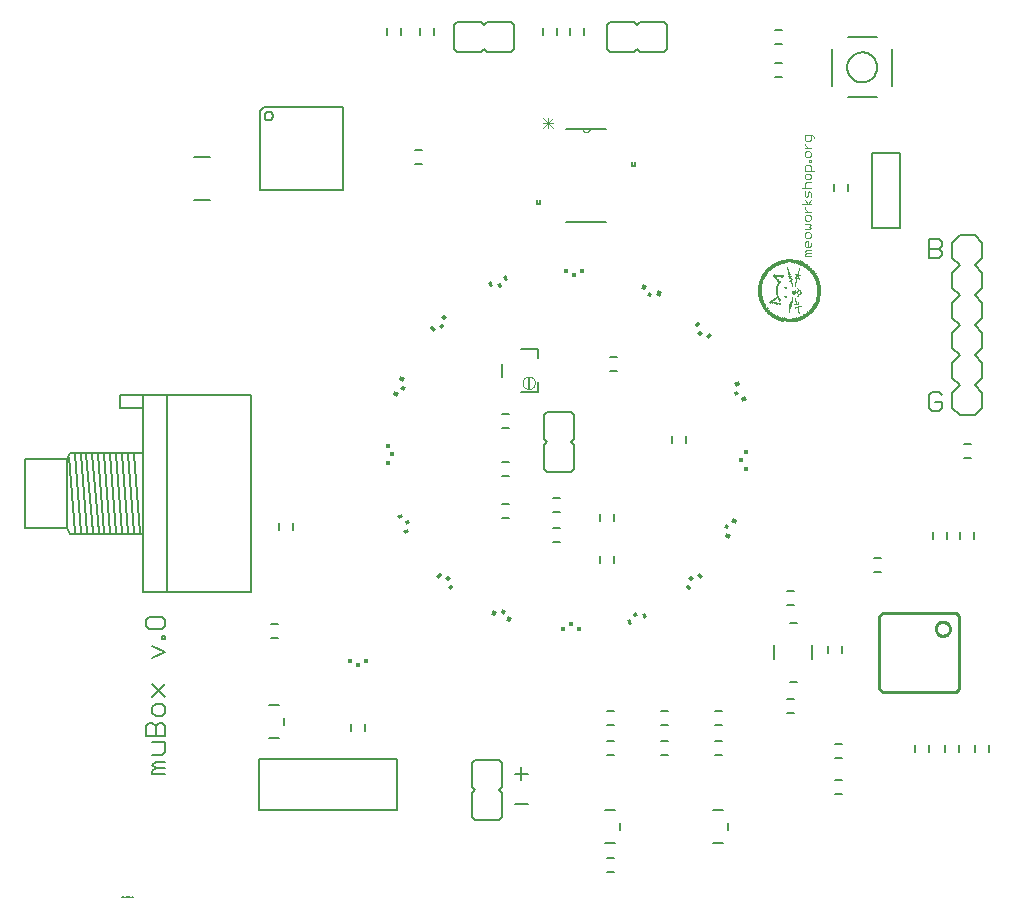
<source format=gto>
G75*
G70*
%OFA0B0*%
%FSLAX24Y24*%
%IPPOS*%
%LPD*%
%AMOC8*
5,1,8,0,0,1.08239X$1,22.5*
%
%ADD10R,0.0010X0.0040*%
%ADD11R,0.0010X0.0200*%
%ADD12R,0.0010X0.0020*%
%ADD13R,0.0010X0.0350*%
%ADD14R,0.0010X0.0460*%
%ADD15R,0.0010X0.0010*%
%ADD16R,0.0010X0.0550*%
%ADD17R,0.0010X0.0610*%
%ADD18R,0.0010X0.0070*%
%ADD19R,0.0010X0.0590*%
%ADD20R,0.0010X0.0110*%
%ADD21R,0.0010X0.0630*%
%ADD22R,0.0010X0.0770*%
%ADD23R,0.0010X0.0820*%
%ADD24R,0.0010X0.0170*%
%ADD25R,0.0010X0.0680*%
%ADD26R,0.0010X0.0390*%
%ADD27R,0.0010X0.0360*%
%ADD28R,0.0010X0.0320*%
%ADD29R,0.0010X0.0310*%
%ADD30R,0.0010X0.0300*%
%ADD31R,0.0010X0.0280*%
%ADD32R,0.0010X0.0270*%
%ADD33R,0.0010X0.0230*%
%ADD34R,0.0010X0.0240*%
%ADD35R,0.0010X0.0250*%
%ADD36R,0.0010X0.0220*%
%ADD37R,0.0010X0.0210*%
%ADD38R,0.0010X0.0190*%
%ADD39R,0.0010X0.0180*%
%ADD40R,0.0010X0.0160*%
%ADD41R,0.0010X0.0150*%
%ADD42R,0.0010X0.0100*%
%ADD43R,0.0010X0.0060*%
%ADD44R,0.0010X0.0080*%
%ADD45R,0.0010X0.0140*%
%ADD46R,0.0010X0.0120*%
%ADD47R,0.0010X0.0130*%
%ADD48R,0.0010X0.0090*%
%ADD49R,0.0010X0.0050*%
%ADD50R,0.0010X0.0030*%
%ADD51R,0.0010X0.0260*%
%ADD52R,0.0010X0.0290*%
%ADD53R,0.0010X0.0690*%
%ADD54R,0.0010X0.0660*%
%ADD55R,0.0010X0.0790*%
%ADD56R,0.0010X0.0740*%
%ADD57R,0.0010X0.0560*%
%ADD58R,0.0010X0.0480*%
%ADD59R,0.0010X0.0380*%
%ADD60C,0.0000*%
%ADD61C,0.0060*%
%ADD62C,0.0030*%
%ADD63C,0.0080*%
%ADD64C,0.0100*%
%ADD65R,0.0128X0.0167*%
%ADD66R,0.0138X0.0138*%
%ADD67R,0.0138X0.0138*%
%ADD68R,0.0167X0.0128*%
%ADD69C,0.0040*%
%ADD70R,0.0098X0.0394*%
D10*
X024984Y020105D03*
X025054Y020095D03*
X025064Y020095D03*
X025124Y020085D03*
X025134Y020085D03*
X025144Y020085D03*
X025154Y020085D03*
X025204Y020075D03*
X025214Y020075D03*
X025224Y020075D03*
X025234Y020075D03*
X025244Y020075D03*
X025284Y020065D03*
X025294Y020065D03*
X025304Y020065D03*
X025314Y020065D03*
X025304Y020175D03*
X025164Y020235D03*
X025224Y020515D03*
X025214Y020655D03*
X025254Y020695D03*
X025274Y020985D03*
X025284Y020985D03*
X025294Y020985D03*
X025304Y020985D03*
X025364Y020975D03*
X025374Y020975D03*
X025384Y020975D03*
X025204Y020995D03*
X025194Y020995D03*
X025184Y020995D03*
X025164Y020995D03*
X025094Y021005D03*
X024944Y021155D03*
X025574Y021215D03*
X025584Y021185D03*
X025594Y021155D03*
X025604Y021125D03*
X025844Y020915D03*
X025704Y020775D03*
X025714Y020745D03*
X025724Y020705D03*
X025734Y020675D03*
X025814Y020655D03*
X025914Y020545D03*
X025914Y020495D03*
X025844Y020445D03*
X025824Y020225D03*
X025834Y020185D03*
X025854Y020125D03*
X025864Y020095D03*
X025874Y020065D03*
X025944Y020095D03*
X025914Y019925D03*
X025694Y020035D03*
X025654Y020035D03*
X025644Y019985D03*
X025664Y019945D03*
X025684Y020125D03*
X025534Y020285D03*
X025484Y020285D03*
X026314Y019835D03*
X026344Y019755D03*
X025884Y019505D03*
X026674Y020415D03*
X026674Y020565D03*
D11*
X026664Y020485D03*
X026484Y020985D03*
X026454Y019955D03*
X025194Y020505D03*
X024824Y021065D03*
X024774Y020005D03*
D12*
X024974Y020105D03*
X025194Y020245D03*
X025194Y020275D03*
X025264Y020305D03*
X025234Y020575D03*
X025304Y020755D03*
X025314Y020765D03*
X025304Y020785D03*
X025314Y020795D03*
X025614Y020885D03*
X025634Y020905D03*
X025644Y020915D03*
X025654Y020925D03*
X025664Y020935D03*
X025684Y020955D03*
X025624Y020985D03*
X025604Y020965D03*
X025594Y021045D03*
X025584Y021045D03*
X025624Y021075D03*
X025674Y021035D03*
X025834Y021025D03*
X025884Y021015D03*
X025894Y020985D03*
X025884Y020975D03*
X025874Y020965D03*
X025864Y020955D03*
X025884Y020895D03*
X025914Y020885D03*
X025924Y020885D03*
X025964Y020995D03*
X025714Y020875D03*
X025694Y020855D03*
X025684Y020845D03*
X025664Y020825D03*
X025654Y020815D03*
X025634Y020795D03*
X025894Y020565D03*
X025904Y020565D03*
X025934Y020505D03*
X025944Y020505D03*
X025954Y020505D03*
X025964Y020505D03*
X025974Y020505D03*
X025984Y020495D03*
X025984Y020375D03*
X025974Y020365D03*
X025944Y020355D03*
X025934Y020355D03*
X025894Y020295D03*
X025814Y020245D03*
X025744Y020255D03*
X025714Y020135D03*
X025704Y020115D03*
X025704Y020075D03*
X025684Y020075D03*
X025674Y020055D03*
X025654Y020085D03*
X025654Y019995D03*
X025694Y019975D03*
X025674Y019955D03*
X025664Y019905D03*
X025654Y019895D03*
X025634Y019865D03*
X025624Y019875D03*
X025624Y019755D03*
X025844Y019915D03*
X025874Y019925D03*
X025904Y019935D03*
X025974Y019955D03*
X026004Y019965D03*
X025924Y020055D03*
X025904Y020035D03*
X025824Y020025D03*
X025804Y020035D03*
X025854Y020435D03*
X025864Y020435D03*
X025874Y020435D03*
X026304Y019835D03*
X026354Y019755D03*
X026314Y019715D03*
X026104Y019685D03*
X026524Y019965D03*
X026594Y020095D03*
X026644Y020235D03*
X026664Y020655D03*
X024954Y021155D03*
X024904Y021235D03*
X024984Y021305D03*
X024804Y020955D03*
X024704Y020615D03*
X024704Y020385D03*
X024724Y020265D03*
D13*
X024694Y020210D03*
X024694Y020780D03*
X026654Y020490D03*
D14*
X026644Y020495D03*
D15*
X026644Y020770D03*
X026594Y020910D03*
X026574Y020950D03*
X026564Y020970D03*
X026514Y021060D03*
X026474Y021120D03*
X026434Y021170D03*
X026364Y021240D03*
X026304Y021300D03*
X026294Y021310D03*
X026224Y021360D03*
X026144Y021410D03*
X026104Y021430D03*
X026084Y021440D03*
X026064Y021450D03*
X026044Y021460D03*
X025994Y021480D03*
X025934Y021500D03*
X026114Y021300D03*
X025994Y020990D03*
X025984Y020990D03*
X025974Y020990D03*
X025954Y021000D03*
X025944Y021000D03*
X025934Y021000D03*
X025894Y021010D03*
X025874Y021010D03*
X025864Y021020D03*
X025854Y021020D03*
X025844Y021020D03*
X025824Y021030D03*
X025854Y020940D03*
X025864Y020900D03*
X025894Y020890D03*
X025904Y020890D03*
X025934Y020880D03*
X025944Y020880D03*
X025824Y020910D03*
X025694Y020880D03*
X025684Y020880D03*
X025674Y020880D03*
X025664Y020880D03*
X025654Y020880D03*
X025634Y020880D03*
X025674Y020840D03*
X025674Y020790D03*
X025684Y020790D03*
X025694Y020790D03*
X025664Y020790D03*
X025654Y020790D03*
X025654Y020960D03*
X025664Y020960D03*
X025644Y020960D03*
X025634Y020960D03*
X025634Y021000D03*
X025644Y021010D03*
X025644Y021040D03*
X025634Y021040D03*
X025624Y021040D03*
X025614Y021040D03*
X025594Y020960D03*
X025424Y020960D03*
X025414Y021000D03*
X025404Y021000D03*
X025254Y020870D03*
X025204Y020930D03*
X025194Y020940D03*
X025144Y021030D03*
X025084Y021010D03*
X024814Y020950D03*
X024794Y020920D03*
X024784Y020900D03*
X024764Y020850D03*
X024734Y021020D03*
X025254Y020660D03*
X025244Y020630D03*
X025234Y020440D03*
X025244Y020380D03*
X025214Y020260D03*
X025294Y020240D03*
X025304Y020220D03*
X025324Y020190D03*
X025324Y020170D03*
X025344Y020050D03*
X025644Y019940D03*
X025654Y019940D03*
X025654Y019960D03*
X025644Y019900D03*
X025664Y020050D03*
X025684Y020050D03*
X025694Y020070D03*
X025694Y020120D03*
X025694Y020140D03*
X025704Y020140D03*
X025814Y020030D03*
X025834Y020020D03*
X025844Y020020D03*
X025854Y020020D03*
X025864Y020020D03*
X025874Y020020D03*
X025894Y020030D03*
X025914Y020040D03*
X025944Y019950D03*
X025954Y019950D03*
X025964Y019950D03*
X025984Y019960D03*
X025994Y019960D03*
X026014Y019970D03*
X025934Y019940D03*
X025924Y019940D03*
X025894Y019930D03*
X025884Y019930D03*
X025864Y019920D03*
X025854Y019920D03*
X025834Y019910D03*
X025824Y019910D03*
X025964Y019740D03*
X025874Y019590D03*
X025894Y019490D03*
X026144Y019590D03*
X026234Y019780D03*
X026354Y019900D03*
X026444Y020030D03*
X026574Y020050D03*
X026584Y020070D03*
X026614Y020140D03*
X026624Y020170D03*
X025964Y020360D03*
X025954Y020360D03*
X025884Y020570D03*
X025454Y019580D03*
X025404Y019590D03*
X025244Y019650D03*
X025044Y019770D03*
X024974Y019830D03*
X024924Y019890D03*
X024914Y019900D03*
X024884Y019940D03*
X024844Y020000D03*
X024824Y020030D03*
X024754Y020140D03*
X024764Y020150D03*
X024744Y020200D03*
X024714Y020310D03*
D16*
X026634Y020500D03*
D17*
X026624Y020490D03*
D18*
X026614Y020190D03*
X026314Y019770D03*
X025684Y019990D03*
X025674Y020110D03*
X025724Y020170D03*
X025734Y020440D03*
X025284Y020200D03*
X025294Y020180D03*
X025024Y020120D03*
X025294Y020770D03*
X025114Y021000D03*
D19*
X026614Y020530D03*
D20*
X026604Y020170D03*
X026354Y019830D03*
X026074Y019610D03*
X026054Y019600D03*
X026004Y019580D03*
X025994Y019570D03*
X025974Y019560D03*
X025934Y019550D03*
X025904Y019540D03*
X025854Y019530D03*
X025804Y019520D03*
X025754Y019520D03*
X025444Y019520D03*
X025364Y019540D03*
X025324Y019550D03*
X025304Y019560D03*
X025294Y019560D03*
X025274Y019570D03*
X025264Y019570D03*
X025254Y019580D03*
X025244Y019580D03*
X025224Y019590D03*
X025204Y019600D03*
X025194Y019610D03*
X025184Y019610D03*
X025144Y019630D03*
X025134Y019640D03*
X025114Y019650D03*
X025074Y019670D03*
X024904Y019800D03*
X025774Y020440D03*
X025814Y020450D03*
X026174Y021320D03*
X026144Y021340D03*
X026104Y021360D03*
X026094Y021370D03*
X026084Y021370D03*
X026074Y021380D03*
X026064Y021380D03*
X026054Y021390D03*
X026044Y021390D03*
X026034Y021400D03*
X026024Y021400D03*
X026014Y021410D03*
X026004Y021410D03*
X025984Y021420D03*
X025974Y021420D03*
X025964Y021430D03*
X025954Y021430D03*
X025924Y021440D03*
X025894Y021450D03*
X025854Y021460D03*
X025804Y021470D03*
X025704Y021490D03*
X025564Y021490D03*
X025554Y021490D03*
X025534Y021480D03*
X025454Y021470D03*
X025414Y021460D03*
X025404Y021460D03*
X025344Y021440D03*
X025314Y021430D03*
X025274Y021420D03*
X025264Y021410D03*
X025244Y021410D03*
X025174Y021370D03*
X024984Y021230D03*
D21*
X024634Y020500D03*
X026604Y020550D03*
D22*
X026594Y020500D03*
D23*
X026584Y020495D03*
D24*
X026574Y020150D03*
X026444Y019930D03*
X026394Y019870D03*
X026384Y019860D03*
X026374Y019840D03*
X024844Y019890D03*
X024824Y019920D03*
X024844Y021100D03*
X024864Y021120D03*
X024874Y021130D03*
X024884Y021150D03*
X024894Y021160D03*
X026414Y021090D03*
X026424Y021080D03*
D25*
X026574Y020585D03*
X024644Y020505D03*
D26*
X026564Y020220D03*
D27*
X026564Y020765D03*
D28*
X026554Y020175D03*
D29*
X026554Y020810D03*
D30*
X026544Y020135D03*
X025214Y020475D03*
X024704Y020165D03*
X024704Y020825D03*
D31*
X024714Y020855D03*
X026534Y020885D03*
X026544Y020845D03*
D32*
X026534Y020110D03*
D33*
X026524Y020100D03*
X026504Y020040D03*
X026494Y020020D03*
X026514Y020930D03*
X024744Y020060D03*
X024734Y020080D03*
D34*
X024594Y020495D03*
X026524Y020905D03*
D35*
X026514Y020060D03*
D36*
X026484Y020005D03*
X026504Y020945D03*
X024774Y020985D03*
X024734Y020895D03*
D37*
X024764Y020020D03*
X026464Y019970D03*
X026474Y019980D03*
X026494Y020970D03*
D38*
X026474Y021000D03*
X026464Y021020D03*
X026434Y019920D03*
X025224Y020350D03*
X024814Y019940D03*
X024804Y019950D03*
X024794Y019970D03*
X024784Y019980D03*
X024754Y020030D03*
X024794Y021030D03*
D39*
X024814Y021055D03*
X024834Y021085D03*
X024854Y021105D03*
X024684Y020845D03*
X026434Y021065D03*
X026444Y021055D03*
X026454Y021035D03*
X026424Y019915D03*
X026414Y019895D03*
X026404Y019885D03*
D40*
X026364Y019835D03*
X025204Y020435D03*
X024834Y019905D03*
X024854Y019875D03*
X024864Y019865D03*
X024874Y019855D03*
X024674Y020835D03*
X024744Y020895D03*
X024804Y021055D03*
X026374Y021145D03*
X026384Y021135D03*
X026394Y021125D03*
X026404Y021105D03*
D41*
X026364Y021150D03*
X026354Y021170D03*
X024914Y021180D03*
X024754Y020920D03*
X024894Y019830D03*
X024914Y019810D03*
X024924Y019800D03*
X024964Y019770D03*
X026294Y019760D03*
D42*
X026344Y019835D03*
X026144Y019655D03*
X026104Y019615D03*
X025954Y019555D03*
X025944Y019555D03*
X025924Y019545D03*
X025914Y019545D03*
X025844Y019525D03*
X025834Y019525D03*
X025824Y019525D03*
X025794Y019515D03*
X025784Y019515D03*
X025774Y019515D03*
X025764Y019515D03*
X025734Y019505D03*
X025724Y019505D03*
X025714Y019505D03*
X025704Y019505D03*
X025694Y019505D03*
X025684Y019505D03*
X025674Y019505D03*
X025664Y019505D03*
X025654Y019505D03*
X025644Y019505D03*
X025634Y019505D03*
X025624Y019505D03*
X025614Y019505D03*
X025604Y019505D03*
X025594Y019505D03*
X025584Y019505D03*
X025574Y019505D03*
X025564Y019505D03*
X025554Y019505D03*
X025544Y019505D03*
X025534Y019505D03*
X025524Y019505D03*
X025514Y019515D03*
X025504Y019515D03*
X025494Y019515D03*
X025484Y019515D03*
X025474Y019515D03*
X025464Y019515D03*
X025454Y019515D03*
X025434Y019525D03*
X025424Y019525D03*
X025414Y019525D03*
X025404Y019525D03*
X025384Y019535D03*
X025374Y019535D03*
X025354Y019545D03*
X025344Y019545D03*
X025314Y019555D03*
X025284Y019565D03*
X025234Y019585D03*
X025214Y019595D03*
X025044Y020125D03*
X025254Y020265D03*
X025244Y020295D03*
X025234Y020665D03*
X025284Y020765D03*
X024944Y021235D03*
X025294Y021425D03*
X025324Y021435D03*
X025354Y021445D03*
X025384Y021455D03*
X025394Y021455D03*
X025424Y021465D03*
X025434Y021465D03*
X025444Y021465D03*
X025474Y021475D03*
X025484Y021475D03*
X025494Y021475D03*
X025504Y021475D03*
X025514Y021475D03*
X025524Y021475D03*
X025574Y021485D03*
X025584Y021485D03*
X025594Y021485D03*
X025604Y021485D03*
X025614Y021485D03*
X025624Y021485D03*
X025634Y021485D03*
X025644Y021485D03*
X025654Y021485D03*
X025664Y021485D03*
X025674Y021485D03*
X025684Y021485D03*
X025694Y021485D03*
X025734Y021475D03*
X025744Y021475D03*
X025754Y021475D03*
X025764Y021475D03*
X025774Y021475D03*
X025784Y021475D03*
X025794Y021475D03*
X025814Y021465D03*
X025824Y021465D03*
X025834Y021465D03*
X025844Y021465D03*
X025864Y021455D03*
X025874Y021455D03*
X025884Y021455D03*
X025914Y021445D03*
X025934Y021435D03*
X025944Y021435D03*
X025994Y021415D03*
X026004Y020435D03*
X025824Y020445D03*
X025754Y020445D03*
X025744Y020445D03*
D43*
X025924Y020345D03*
X025734Y020225D03*
X025644Y020045D03*
X025634Y019995D03*
X025624Y019945D03*
X025614Y019905D03*
X025644Y019835D03*
X025634Y019785D03*
X025934Y019855D03*
X025924Y019895D03*
X025944Y019805D03*
X026324Y019835D03*
X026334Y019755D03*
X025504Y020285D03*
X025184Y020255D03*
X025174Y020245D03*
X025144Y020225D03*
X025134Y020215D03*
X025104Y020195D03*
X025094Y020185D03*
X025054Y020155D03*
X025014Y020115D03*
X025004Y020115D03*
X025264Y020815D03*
X025254Y020825D03*
X025214Y020875D03*
X025164Y020935D03*
X025104Y021005D03*
X024934Y021155D03*
X024924Y021235D03*
X025134Y021315D03*
X025134Y021385D03*
X024754Y021035D03*
X024744Y021015D03*
X024784Y020945D03*
X025614Y021085D03*
X025914Y021015D03*
X025924Y021055D03*
X025934Y021095D03*
X025954Y021185D03*
X026344Y021135D03*
X025824Y020685D03*
D44*
X025834Y020445D03*
X025274Y020225D03*
X025264Y020245D03*
X025144Y020975D03*
X025124Y020995D03*
X024924Y021155D03*
X024934Y021235D03*
X024764Y021035D03*
X026344Y021215D03*
X026334Y019835D03*
X026324Y019755D03*
X025874Y019525D03*
D45*
X026224Y019705D03*
X026254Y019725D03*
X026264Y019735D03*
X026274Y019745D03*
X026284Y019755D03*
X025224Y020625D03*
X025274Y020765D03*
X024964Y021225D03*
X024974Y021235D03*
X024994Y021255D03*
X025004Y021265D03*
X025014Y021275D03*
X025034Y021285D03*
X025044Y021295D03*
X025074Y021315D03*
X026274Y021245D03*
X026284Y021235D03*
X026304Y021215D03*
X026314Y021205D03*
X026324Y021195D03*
X026334Y021185D03*
X024934Y019785D03*
X024944Y019775D03*
X024884Y019835D03*
D46*
X024994Y019735D03*
X025034Y019705D03*
X025044Y019695D03*
X025054Y019685D03*
X025064Y019685D03*
X025084Y019665D03*
X025094Y019665D03*
X025104Y019655D03*
X025124Y019645D03*
X025154Y019625D03*
X025174Y019615D03*
X025334Y019555D03*
X025394Y019535D03*
X025744Y019515D03*
X025814Y019525D03*
X025864Y019535D03*
X025964Y019565D03*
X025984Y019575D03*
X026014Y019585D03*
X026024Y019585D03*
X026034Y019595D03*
X026044Y019595D03*
X026084Y019615D03*
X026094Y019625D03*
X026114Y019635D03*
X026134Y019645D03*
X026154Y019655D03*
X026164Y019665D03*
X026234Y019705D03*
X026304Y019755D03*
X025804Y020445D03*
X025794Y020445D03*
X025784Y020445D03*
X025764Y020445D03*
X025234Y020325D03*
X025204Y020585D03*
X024764Y020925D03*
X024784Y021045D03*
X024904Y021155D03*
X024954Y021235D03*
X025154Y021365D03*
X025194Y021385D03*
X025204Y021395D03*
X025214Y021395D03*
X025224Y021395D03*
X025234Y021405D03*
X025254Y021415D03*
X025284Y021425D03*
X025304Y021435D03*
X025334Y021445D03*
X025364Y021455D03*
X025374Y021455D03*
X025464Y021475D03*
X025544Y021485D03*
X025714Y021485D03*
X025724Y021485D03*
X025904Y021455D03*
X026124Y021355D03*
X026134Y021345D03*
X026164Y021325D03*
X026184Y021315D03*
X026194Y021305D03*
X026214Y021295D03*
X026224Y021285D03*
X026234Y021275D03*
X026264Y021255D03*
D47*
X026254Y021260D03*
X026244Y021270D03*
X026204Y021300D03*
X026154Y021340D03*
X026294Y021230D03*
X025184Y021380D03*
X025164Y021370D03*
X025124Y021350D03*
X025114Y021340D03*
X025104Y021340D03*
X025094Y021330D03*
X025084Y021320D03*
X025064Y021310D03*
X025054Y021300D03*
X025024Y021280D03*
X024954Y019770D03*
X024974Y019750D03*
X024984Y019740D03*
X025004Y019730D03*
X025014Y019720D03*
X025024Y019710D03*
X025164Y019630D03*
X026064Y019610D03*
X026124Y019640D03*
X026174Y019670D03*
X026184Y019680D03*
X026194Y019680D03*
X026204Y019690D03*
X026214Y019700D03*
X026244Y019720D03*
D48*
X025894Y019550D03*
X025914Y020340D03*
X025264Y020730D03*
X025244Y020700D03*
X025134Y020990D03*
X025144Y021380D03*
X026114Y021360D03*
X025034Y020120D03*
D49*
X024994Y020110D03*
X025074Y020100D03*
X025064Y020160D03*
X025074Y020170D03*
X025084Y020180D03*
X025114Y020200D03*
X025124Y020210D03*
X025154Y020230D03*
X025204Y020270D03*
X025324Y020070D03*
X025334Y020070D03*
X025494Y020290D03*
X025514Y020280D03*
X025524Y020290D03*
X025664Y020110D03*
X025844Y020160D03*
X026014Y020430D03*
X025924Y020520D03*
X025834Y020720D03*
X025844Y020760D03*
X025854Y020800D03*
X025864Y020840D03*
X025874Y020880D03*
X025954Y020890D03*
X025924Y020990D03*
X025944Y021140D03*
X025964Y021220D03*
X025394Y020980D03*
X025314Y020990D03*
X025224Y021000D03*
X025214Y021000D03*
X025154Y020940D03*
X025174Y020920D03*
X025184Y020910D03*
X025194Y020900D03*
X025204Y020890D03*
X025224Y020860D03*
X025234Y020850D03*
X025244Y020840D03*
X025484Y020610D03*
X025494Y020610D03*
X025504Y020610D03*
X025514Y020610D03*
X025524Y020610D03*
X025534Y020610D03*
X025634Y019920D03*
X025954Y019770D03*
X025884Y019570D03*
D50*
X025674Y019920D03*
X025674Y020010D03*
X025664Y020010D03*
X025704Y020030D03*
X025714Y020090D03*
X025884Y020040D03*
X025934Y020070D03*
X025904Y020300D03*
X025904Y020390D03*
X025894Y020410D03*
X025884Y020430D03*
X025894Y020450D03*
X025904Y020470D03*
X025994Y020480D03*
X025994Y020380D03*
X025744Y020650D03*
X025644Y020800D03*
X025704Y020870D03*
X025624Y020890D03*
X025674Y020950D03*
X025614Y020970D03*
X025654Y021030D03*
X025664Y021030D03*
X025604Y021050D03*
X025564Y021250D03*
X025414Y020970D03*
X025404Y020970D03*
X025354Y020980D03*
X025344Y020980D03*
X025334Y020980D03*
X025324Y020980D03*
X025264Y020990D03*
X025254Y020990D03*
X025244Y020990D03*
X025234Y020990D03*
X025174Y021000D03*
X025154Y021000D03*
X025254Y020740D03*
X025474Y020610D03*
X025544Y020610D03*
X025544Y020290D03*
X025474Y020290D03*
X025314Y020170D03*
X025274Y020070D03*
X025264Y020070D03*
X025254Y020070D03*
X025194Y020080D03*
X025184Y020080D03*
X025174Y020080D03*
X025164Y020080D03*
X025114Y020090D03*
X025104Y020090D03*
X025094Y020090D03*
X025084Y020090D03*
X025214Y020290D03*
X024904Y019880D03*
X025834Y020910D03*
X025934Y020950D03*
X025944Y020930D03*
X025964Y020880D03*
X025904Y021000D03*
X025144Y021310D03*
D51*
X024714Y020135D03*
X024724Y020105D03*
D52*
X024724Y020870D03*
D53*
X024684Y020400D03*
D54*
X024674Y020415D03*
D55*
X024664Y020500D03*
D56*
X024654Y020495D03*
D57*
X024624Y020495D03*
D58*
X024614Y020495D03*
D59*
X024604Y020495D03*
D60*
X003347Y000320D02*
X003334Y000300D01*
X003352Y000307D02*
X003359Y000300D01*
X003365Y000307D01*
X003365Y000320D01*
X003374Y000313D02*
X003371Y000310D01*
X003371Y000303D01*
X003374Y000300D01*
X003381Y000300D01*
X003384Y000303D01*
X003384Y000310D01*
X003381Y000313D01*
X003374Y000313D01*
X003389Y000320D02*
X003392Y000320D01*
X003392Y000300D01*
X003389Y000300D02*
X003396Y000300D01*
X003401Y000303D02*
X003405Y000300D01*
X003415Y000300D01*
X003415Y000313D01*
X003420Y000313D02*
X003423Y000313D01*
X003426Y000310D01*
X003430Y000313D01*
X003433Y000310D01*
X003433Y000300D01*
X003438Y000303D02*
X003438Y000310D01*
X003441Y000313D01*
X003448Y000313D01*
X003451Y000310D01*
X003451Y000307D01*
X003438Y000307D01*
X003438Y000303D02*
X003441Y000300D01*
X003448Y000300D01*
X003456Y000300D02*
X003466Y000300D01*
X003470Y000303D01*
X003466Y000307D01*
X003460Y000307D01*
X003456Y000310D01*
X003460Y000313D01*
X003470Y000313D01*
X003475Y000300D02*
X003488Y000320D01*
X003493Y000320D02*
X003507Y000320D01*
X003512Y000320D02*
X003522Y000320D01*
X003525Y000317D01*
X003525Y000303D01*
X003522Y000300D01*
X003512Y000300D01*
X003512Y000320D01*
X003500Y000310D02*
X003493Y000310D01*
X003493Y000300D02*
X003493Y000320D01*
X003530Y000320D02*
X003540Y000320D01*
X003543Y000317D01*
X003543Y000310D01*
X003540Y000307D01*
X003530Y000307D01*
X003537Y000307D02*
X003543Y000300D01*
X003549Y000303D02*
X003562Y000317D01*
X003562Y000303D01*
X003559Y000300D01*
X003552Y000300D01*
X003549Y000303D01*
X003549Y000317D01*
X003552Y000320D01*
X003559Y000320D01*
X003562Y000317D01*
X003567Y000300D02*
X003580Y000320D01*
X003585Y000313D02*
X003589Y000313D01*
X003592Y000310D01*
X003595Y000313D01*
X003599Y000310D01*
X003599Y000300D01*
X003604Y000300D02*
X003610Y000300D01*
X003607Y000300D02*
X003607Y000320D01*
X003604Y000320D01*
X003592Y000310D02*
X003592Y000300D01*
X003585Y000300D02*
X003585Y000313D01*
X003616Y000310D02*
X003616Y000303D01*
X003619Y000300D01*
X003626Y000300D01*
X003629Y000303D01*
X003629Y000310D01*
X003626Y000313D01*
X003619Y000313D01*
X003616Y000310D01*
X003634Y000310D02*
X003634Y000303D01*
X003638Y000300D01*
X003648Y000300D01*
X003648Y000297D02*
X003648Y000313D01*
X003638Y000313D01*
X003634Y000310D01*
X003641Y000293D02*
X003644Y000293D01*
X003648Y000297D01*
X003653Y000303D02*
X003656Y000300D01*
X003663Y000300D01*
X003666Y000303D01*
X003666Y000310D01*
X003663Y000313D01*
X003656Y000313D01*
X003653Y000310D01*
X003653Y000303D01*
X003671Y000303D02*
X003675Y000303D01*
X003675Y000300D01*
X003671Y000300D01*
X003671Y000303D01*
X003681Y000300D02*
X003691Y000300D01*
X003694Y000303D01*
X003694Y000310D01*
X003691Y000313D01*
X003681Y000313D01*
X003681Y000320D02*
X003681Y000300D01*
X003699Y000300D02*
X003699Y000313D01*
X003702Y000313D01*
X003706Y000310D01*
X003709Y000313D01*
X003712Y000310D01*
X003712Y000300D01*
X003717Y000300D02*
X003727Y000300D01*
X003731Y000303D01*
X003731Y000310D01*
X003727Y000313D01*
X003717Y000313D01*
X003717Y000293D01*
X003706Y000300D02*
X003706Y000310D01*
X003530Y000300D02*
X003530Y000320D01*
X003426Y000310D02*
X003426Y000300D01*
X003420Y000300D02*
X003420Y000313D01*
X003401Y000313D02*
X003401Y000303D01*
X003352Y000307D02*
X003352Y000320D01*
X018714Y025910D02*
X018716Y025889D01*
X018721Y025869D01*
X018730Y025850D01*
X018742Y025833D01*
X018757Y025818D01*
X018774Y025806D01*
X018793Y025797D01*
X018813Y025792D01*
X018834Y025790D01*
X018855Y025792D01*
X018875Y025797D01*
X018894Y025806D01*
X018911Y025818D01*
X018926Y025833D01*
X018938Y025850D01*
X018947Y025869D01*
X018952Y025889D01*
X018954Y025910D01*
D61*
X018714Y025910D01*
X018164Y025910D01*
X018954Y025910D02*
X019504Y025910D01*
X020374Y024810D02*
X020374Y024660D01*
X020474Y024660D01*
X020474Y024810D01*
X019504Y022790D02*
X018164Y022790D01*
X017294Y023380D02*
X017294Y023530D01*
X017194Y023530D02*
X017194Y023380D01*
X017294Y023380D01*
X013352Y024714D02*
X013116Y024714D01*
X013116Y025186D02*
X013352Y025186D01*
X010714Y023870D02*
X007954Y023870D01*
X007954Y026490D01*
X008094Y026630D01*
X010714Y026630D01*
X010714Y023870D01*
X008113Y026330D02*
X008115Y026353D01*
X008121Y026376D01*
X008130Y026397D01*
X008143Y026417D01*
X008159Y026434D01*
X008177Y026448D01*
X008197Y026459D01*
X008219Y026467D01*
X008242Y026471D01*
X008266Y026471D01*
X008289Y026467D01*
X008311Y026459D01*
X008331Y026448D01*
X008349Y026434D01*
X008365Y026417D01*
X008378Y026397D01*
X008387Y026376D01*
X008393Y026353D01*
X008395Y026330D01*
X008393Y026307D01*
X008387Y026284D01*
X008378Y026263D01*
X008365Y026243D01*
X008349Y026226D01*
X008331Y026212D01*
X008311Y026201D01*
X008289Y026193D01*
X008266Y026189D01*
X008242Y026189D01*
X008219Y026193D01*
X008197Y026201D01*
X008177Y026212D01*
X008159Y026226D01*
X008143Y026243D01*
X008130Y026263D01*
X008121Y026284D01*
X008115Y026307D01*
X008113Y026330D01*
X012197Y029032D02*
X012197Y029268D01*
X012670Y029268D02*
X012670Y029032D01*
X013297Y029032D02*
X013297Y029268D01*
X013770Y029268D02*
X013770Y029032D01*
X014434Y029350D02*
X014434Y028550D01*
X014534Y028450D01*
X015334Y028450D01*
X015434Y028550D01*
X015534Y028450D01*
X016334Y028450D01*
X016434Y028550D01*
X016434Y029350D01*
X016334Y029450D01*
X015534Y029450D01*
X015434Y029350D01*
X015334Y029450D01*
X014534Y029450D01*
X014434Y029350D01*
X017397Y029268D02*
X017397Y029032D01*
X017870Y029032D02*
X017870Y029268D01*
X018297Y029268D02*
X018297Y029032D01*
X018770Y029032D02*
X018770Y029268D01*
X019534Y029350D02*
X019534Y028550D01*
X019634Y028450D01*
X020434Y028450D01*
X020534Y028550D01*
X020634Y028450D01*
X021434Y028450D01*
X021534Y028550D01*
X021534Y029350D01*
X021434Y029450D01*
X020634Y029450D01*
X020534Y029350D01*
X020434Y029450D01*
X019634Y029450D01*
X019534Y029350D01*
X025116Y029186D02*
X025352Y029186D01*
X025352Y028714D02*
X025116Y028714D01*
X025116Y028086D02*
X025352Y028086D01*
X025352Y027614D02*
X025116Y027614D01*
X027097Y024068D02*
X027097Y023832D01*
X027570Y023832D02*
X027570Y024068D01*
X030264Y022221D02*
X030264Y021580D01*
X030584Y021580D01*
X030691Y021687D01*
X030691Y021794D01*
X030584Y021900D01*
X030264Y021900D01*
X030584Y021900D02*
X030691Y022007D01*
X030691Y022114D01*
X030584Y022221D01*
X030264Y022221D01*
X030370Y017121D02*
X030264Y017014D01*
X030264Y016587D01*
X030370Y016480D01*
X030584Y016480D01*
X030691Y016587D01*
X030691Y016800D01*
X030477Y016800D01*
X030691Y017014D02*
X030584Y017121D01*
X030370Y017121D01*
X031416Y015386D02*
X031652Y015386D01*
X031652Y014914D02*
X031416Y014914D01*
X031297Y012468D02*
X031297Y012232D01*
X030870Y012232D02*
X030870Y012468D01*
X030397Y012468D02*
X030397Y012232D01*
X031770Y012232D02*
X031770Y012468D01*
X028652Y011586D02*
X028416Y011586D01*
X028416Y011114D02*
X028652Y011114D01*
X027370Y008668D02*
X027370Y008432D01*
X026897Y008432D02*
X026897Y008668D01*
X025752Y010014D02*
X025516Y010014D01*
X025516Y010486D02*
X025752Y010486D01*
X025752Y006886D02*
X025516Y006886D01*
X025516Y006414D02*
X025752Y006414D01*
X027116Y005386D02*
X027352Y005386D01*
X027352Y004914D02*
X027116Y004914D01*
X027116Y004186D02*
X027352Y004186D01*
X027352Y003714D02*
X027116Y003714D01*
X029797Y005132D02*
X029797Y005368D01*
X030270Y005368D02*
X030270Y005132D01*
X030797Y005132D02*
X030797Y005368D01*
X031270Y005368D02*
X031270Y005132D01*
X031797Y005132D02*
X031797Y005368D01*
X032270Y005368D02*
X032270Y005132D01*
X023352Y005014D02*
X023116Y005014D01*
X023116Y005486D02*
X023352Y005486D01*
X023352Y006014D02*
X023116Y006014D01*
X023116Y006486D02*
X023352Y006486D01*
X021552Y006486D02*
X021316Y006486D01*
X021316Y006014D02*
X021552Y006014D01*
X021552Y005486D02*
X021316Y005486D01*
X021316Y005014D02*
X021552Y005014D01*
X019752Y005014D02*
X019516Y005014D01*
X019516Y005486D02*
X019752Y005486D01*
X019752Y006014D02*
X019516Y006014D01*
X019516Y006486D02*
X019752Y006486D01*
X016891Y004400D02*
X016464Y004400D01*
X016677Y004614D02*
X016677Y004187D01*
X016034Y003950D02*
X016034Y004750D01*
X015934Y004850D01*
X015134Y004850D01*
X015034Y004750D01*
X015034Y003950D01*
X015134Y003850D01*
X015034Y003750D01*
X015034Y002950D01*
X015134Y002850D01*
X015934Y002850D01*
X016034Y002950D01*
X016034Y003750D01*
X015934Y003850D01*
X016034Y003950D01*
X016464Y003400D02*
X016891Y003400D01*
X019516Y001586D02*
X019752Y001586D01*
X019752Y001114D02*
X019516Y001114D01*
X011470Y005832D02*
X011470Y006068D01*
X010997Y006068D02*
X010997Y005832D01*
X008552Y008914D02*
X008316Y008914D01*
X008316Y009386D02*
X008552Y009386D01*
X008597Y012532D02*
X008597Y012768D01*
X009070Y012768D02*
X009070Y012532D01*
X004804Y009534D02*
X004804Y009321D01*
X004697Y009214D01*
X004270Y009214D01*
X004163Y009321D01*
X004163Y009534D01*
X004270Y009641D01*
X004697Y009641D01*
X004804Y009534D01*
X004804Y008999D02*
X004804Y008892D01*
X004697Y008892D01*
X004697Y008999D01*
X004804Y008999D01*
X004377Y008674D02*
X004804Y008461D01*
X004377Y008247D01*
X004377Y007385D02*
X004804Y006958D01*
X004697Y006741D02*
X004483Y006741D01*
X004377Y006634D01*
X004377Y006420D01*
X004483Y006314D01*
X004697Y006314D01*
X004804Y006420D01*
X004804Y006634D01*
X004697Y006741D01*
X004377Y006958D02*
X004804Y007385D01*
X004697Y006096D02*
X004590Y006096D01*
X004483Y005989D01*
X004483Y005669D01*
X004377Y005452D02*
X004804Y005452D01*
X004804Y005131D01*
X004697Y005025D01*
X004377Y005025D01*
X004483Y004807D02*
X004804Y004807D01*
X004804Y004594D02*
X004483Y004594D01*
X004377Y004700D01*
X004483Y004807D01*
X004483Y004594D02*
X004377Y004487D01*
X004377Y004380D01*
X004804Y004380D01*
X004804Y005669D02*
X004163Y005669D01*
X004163Y005989D01*
X004270Y006096D01*
X004377Y006096D01*
X004483Y005989D01*
X004697Y006096D02*
X004804Y005989D01*
X004804Y005669D01*
X016016Y012914D02*
X016252Y012914D01*
X016252Y013386D02*
X016016Y013386D01*
X016016Y014314D02*
X016252Y014314D01*
X016252Y014786D02*
X016016Y014786D01*
X016016Y015914D02*
X016252Y015914D01*
X016252Y016386D02*
X016016Y016386D01*
X017434Y016350D02*
X017434Y015550D01*
X017534Y015450D01*
X017434Y015350D01*
X017434Y014550D01*
X017534Y014450D01*
X018334Y014450D01*
X018434Y014550D01*
X018434Y015350D01*
X018334Y015450D01*
X018434Y015550D01*
X018434Y016350D01*
X018334Y016450D01*
X017534Y016450D01*
X017434Y016350D01*
X019616Y017814D02*
X019852Y017814D01*
X019852Y018286D02*
X019616Y018286D01*
X021697Y015668D02*
X021697Y015432D01*
X022170Y015432D02*
X022170Y015668D01*
X019770Y013068D02*
X019770Y012832D01*
X019297Y012832D02*
X019297Y013068D01*
X017952Y013114D02*
X017716Y013114D01*
X017716Y012586D02*
X017952Y012586D01*
X017952Y012114D02*
X017716Y012114D01*
X017716Y013586D02*
X017952Y013586D01*
X019297Y011668D02*
X019297Y011432D01*
X019770Y011432D02*
X019770Y011668D01*
D62*
X026125Y021665D02*
X026125Y021713D01*
X026174Y021762D01*
X026125Y021810D01*
X026174Y021858D01*
X026319Y021858D01*
X026319Y021762D02*
X026174Y021762D01*
X026125Y021665D02*
X026319Y021665D01*
X026270Y021960D02*
X026174Y021960D01*
X026125Y022008D01*
X026125Y022105D01*
X026174Y022153D01*
X026222Y022153D01*
X026222Y021960D01*
X026270Y021960D02*
X026319Y022008D01*
X026319Y022105D01*
X026270Y022254D02*
X026319Y022303D01*
X026319Y022399D01*
X026270Y022448D01*
X026174Y022448D01*
X026125Y022399D01*
X026125Y022303D01*
X026174Y022254D01*
X026270Y022254D01*
X026270Y022549D02*
X026125Y022549D01*
X026270Y022549D02*
X026319Y022597D01*
X026270Y022646D01*
X026319Y022694D01*
X026270Y022742D01*
X026125Y022742D01*
X026174Y022844D02*
X026125Y022892D01*
X026125Y022989D01*
X026174Y023037D01*
X026270Y023037D01*
X026319Y022989D01*
X026319Y022892D01*
X026270Y022844D01*
X026174Y022844D01*
X026222Y023138D02*
X026125Y023235D01*
X026125Y023283D01*
X026028Y023384D02*
X026319Y023384D01*
X026222Y023384D02*
X026125Y023529D01*
X026174Y023629D02*
X026125Y023678D01*
X026125Y023823D01*
X026222Y023774D02*
X026222Y023678D01*
X026174Y023629D01*
X026319Y023629D02*
X026319Y023774D01*
X026270Y023823D01*
X026222Y023774D01*
X026174Y023924D02*
X026125Y023972D01*
X026125Y024069D01*
X026174Y024117D01*
X026319Y024117D01*
X026270Y024219D02*
X026319Y024267D01*
X026319Y024364D01*
X026270Y024412D01*
X026174Y024412D01*
X026125Y024364D01*
X026125Y024267D01*
X026174Y024219D01*
X026270Y024219D01*
X026319Y024513D02*
X026319Y024658D01*
X026270Y024707D01*
X026174Y024707D01*
X026125Y024658D01*
X026125Y024513D01*
X026415Y024513D01*
X026319Y024808D02*
X026319Y024856D01*
X026270Y024856D01*
X026270Y024808D01*
X026319Y024808D01*
X026270Y024955D02*
X026319Y025004D01*
X026319Y025100D01*
X026270Y025149D01*
X026174Y025149D01*
X026125Y025100D01*
X026125Y025004D01*
X026174Y024955D01*
X026270Y024955D01*
X026222Y025250D02*
X026125Y025347D01*
X026125Y025395D01*
X026174Y025495D02*
X026125Y025544D01*
X026125Y025689D01*
X026367Y025689D01*
X026415Y025641D01*
X026415Y025592D01*
X026319Y025544D02*
X026319Y025689D01*
X026319Y025544D02*
X026270Y025495D01*
X026174Y025495D01*
X026125Y025250D02*
X026319Y025250D01*
X026319Y023924D02*
X026028Y023924D01*
X026319Y023529D02*
X026222Y023384D01*
X026319Y023138D02*
X026125Y023138D01*
X017722Y025943D02*
X017409Y026257D01*
X017566Y026257D02*
X017566Y025943D01*
X017409Y025943D02*
X017722Y026257D01*
X017722Y026100D02*
X017409Y026100D01*
D63*
X017224Y018578D02*
X016668Y018578D01*
X017224Y018578D02*
X017224Y018247D01*
X017224Y017453D02*
X017224Y017122D01*
X016668Y017122D01*
X016043Y017622D02*
X016043Y018078D01*
X007660Y017037D02*
X007660Y010463D01*
X004077Y010463D01*
X004077Y017037D01*
X007660Y017037D01*
X004864Y017037D02*
X004864Y010463D01*
X004038Y012411D02*
X001636Y012411D01*
X001518Y012608D01*
X001518Y014892D01*
X001636Y015089D01*
X004038Y015089D01*
X003752Y015049D02*
X003959Y012451D01*
X003762Y012451D02*
X003555Y015049D01*
X003359Y015049D02*
X003565Y012451D01*
X003368Y012451D02*
X003162Y015049D01*
X002965Y015049D02*
X003171Y012451D01*
X002975Y012451D02*
X002768Y015049D01*
X002571Y015049D02*
X002778Y012451D01*
X002581Y012451D02*
X002374Y015049D01*
X002177Y015049D02*
X002384Y012451D01*
X002187Y012451D02*
X001981Y015049D01*
X001784Y015049D02*
X001990Y012451D01*
X001794Y012451D02*
X001587Y014961D01*
X001518Y014892D02*
X000140Y014892D01*
X000140Y012608D01*
X001518Y012608D01*
X003290Y016604D02*
X004038Y016604D01*
X004077Y017037D02*
X003290Y017037D01*
X003290Y016604D01*
X005778Y023541D02*
X006290Y023541D01*
X006290Y024959D02*
X005778Y024959D01*
X025104Y008686D02*
X025104Y008214D01*
X025616Y007466D02*
X025852Y007466D01*
X026364Y008214D02*
X026364Y008686D01*
X025852Y009434D02*
X025616Y009434D01*
X023403Y003210D02*
X023065Y003210D01*
X023553Y002756D02*
X023553Y002544D01*
X023403Y002090D02*
X023065Y002090D01*
X019953Y002544D02*
X019953Y002756D01*
X019803Y003210D02*
X019465Y003210D01*
X019465Y002090D02*
X019803Y002090D01*
X012523Y003194D02*
X007944Y003194D01*
X007944Y004906D01*
X012523Y004906D01*
X012523Y003194D01*
X008753Y006044D02*
X008753Y006256D01*
X008603Y006710D02*
X008265Y006710D01*
X008265Y005590D02*
X008603Y005590D01*
X028361Y022610D02*
X028361Y025090D01*
X029306Y025090D01*
X029306Y022610D01*
X028361Y022610D01*
X031034Y022100D02*
X031034Y021600D01*
X031284Y021350D01*
X031034Y021100D01*
X031034Y020600D01*
X031284Y020350D01*
X031034Y020100D01*
X031034Y019600D01*
X031284Y019350D01*
X031034Y019100D01*
X031034Y018600D01*
X031284Y018350D01*
X031034Y018100D01*
X031034Y017600D01*
X031284Y017350D01*
X031034Y017100D01*
X031034Y016600D01*
X031284Y016350D01*
X031784Y016350D01*
X032034Y016600D01*
X032034Y017100D01*
X031784Y017350D01*
X032034Y017600D01*
X032034Y018100D01*
X031784Y018350D01*
X032034Y018600D01*
X032034Y019100D01*
X031784Y019350D01*
X032034Y019600D01*
X032034Y020100D01*
X031784Y020350D01*
X032034Y020600D01*
X032034Y021100D01*
X031784Y021350D01*
X032034Y021600D01*
X032034Y022100D01*
X031784Y022350D01*
X031284Y022350D01*
X031034Y022100D01*
X028522Y026950D02*
X027546Y026950D01*
X027034Y027344D02*
X027034Y028556D01*
X027546Y028950D02*
X028534Y028950D01*
X029034Y028556D02*
X029034Y027344D01*
X027534Y027950D02*
X027536Y027994D01*
X027542Y028038D01*
X027552Y028081D01*
X027565Y028123D01*
X027582Y028164D01*
X027603Y028203D01*
X027627Y028240D01*
X027654Y028275D01*
X027684Y028307D01*
X027717Y028337D01*
X027753Y028363D01*
X027790Y028387D01*
X027830Y028406D01*
X027871Y028423D01*
X027914Y028435D01*
X027957Y028444D01*
X028001Y028449D01*
X028045Y028450D01*
X028089Y028447D01*
X028133Y028440D01*
X028176Y028429D01*
X028218Y028415D01*
X028258Y028397D01*
X028297Y028375D01*
X028333Y028351D01*
X028367Y028323D01*
X028399Y028292D01*
X028428Y028258D01*
X028454Y028222D01*
X028476Y028184D01*
X028495Y028144D01*
X028510Y028102D01*
X028522Y028060D01*
X028530Y028016D01*
X028534Y027972D01*
X028534Y027928D01*
X028530Y027884D01*
X028522Y027840D01*
X028510Y027798D01*
X028495Y027756D01*
X028476Y027716D01*
X028454Y027678D01*
X028428Y027642D01*
X028399Y027608D01*
X028367Y027577D01*
X028333Y027549D01*
X028297Y027525D01*
X028258Y027503D01*
X028218Y027485D01*
X028176Y027471D01*
X028133Y027460D01*
X028089Y027453D01*
X028045Y027450D01*
X028001Y027451D01*
X027957Y027456D01*
X027914Y027465D01*
X027871Y027477D01*
X027830Y027494D01*
X027790Y027513D01*
X027753Y027537D01*
X027717Y027563D01*
X027684Y027593D01*
X027654Y027625D01*
X027627Y027660D01*
X027603Y027697D01*
X027582Y027736D01*
X027565Y027777D01*
X027552Y027819D01*
X027542Y027862D01*
X027536Y027906D01*
X027534Y027950D01*
D64*
X028713Y009779D02*
X031154Y009779D01*
X031262Y009670D01*
X031262Y007230D01*
X031154Y007121D01*
X028713Y007121D01*
X028605Y007230D01*
X028605Y009670D01*
X028713Y009779D01*
X030485Y009237D02*
X030487Y009267D01*
X030493Y009297D01*
X030502Y009326D01*
X030515Y009353D01*
X030532Y009378D01*
X030551Y009401D01*
X030574Y009422D01*
X030599Y009439D01*
X030625Y009453D01*
X030654Y009463D01*
X030683Y009470D01*
X030713Y009473D01*
X030744Y009472D01*
X030774Y009467D01*
X030803Y009458D01*
X030830Y009446D01*
X030856Y009431D01*
X030880Y009412D01*
X030901Y009390D01*
X030919Y009366D01*
X030934Y009339D01*
X030945Y009311D01*
X030953Y009282D01*
X030957Y009252D01*
X030957Y009222D01*
X030953Y009192D01*
X030945Y009163D01*
X030934Y009135D01*
X030919Y009108D01*
X030901Y009084D01*
X030880Y009062D01*
X030856Y009043D01*
X030830Y009028D01*
X030803Y009016D01*
X030774Y009007D01*
X030744Y009002D01*
X030713Y009001D01*
X030683Y009004D01*
X030654Y009011D01*
X030625Y009021D01*
X030599Y009035D01*
X030574Y009052D01*
X030551Y009073D01*
X030532Y009096D01*
X030515Y009121D01*
X030502Y009148D01*
X030493Y009177D01*
X030487Y009207D01*
X030485Y009237D01*
D65*
G36*
X023457Y012304D02*
X023506Y012421D01*
X023659Y012358D01*
X023610Y012241D01*
X023457Y012304D01*
G37*
G36*
X023664Y012804D02*
X023713Y012921D01*
X023866Y012858D01*
X023817Y012741D01*
X023664Y012804D01*
G37*
G36*
X022520Y011015D02*
X022610Y011105D01*
X022726Y010989D01*
X022636Y010899D01*
X022520Y011015D01*
G37*
G36*
X022137Y010632D02*
X022227Y010722D01*
X022343Y010606D01*
X022253Y010516D01*
X022137Y010632D01*
G37*
G36*
X020687Y009721D02*
X020804Y009770D01*
X020867Y009617D01*
X020750Y009568D01*
X020687Y009721D01*
G37*
G36*
X020187Y009514D02*
X020304Y009563D01*
X020367Y009410D01*
X020250Y009361D01*
X020187Y009514D01*
G37*
X018604Y009229D03*
X018063Y009229D03*
G36*
X016234Y009650D02*
X016351Y009601D01*
X016288Y009448D01*
X016171Y009497D01*
X016234Y009650D01*
G37*
G36*
X015734Y009858D02*
X015851Y009809D01*
X015788Y009656D01*
X015671Y009705D01*
X015734Y009858D01*
G37*
G36*
X014335Y010734D02*
X014425Y010644D01*
X014309Y010528D01*
X014219Y010618D01*
X014335Y010734D01*
G37*
G36*
X013952Y011117D02*
X014042Y011027D01*
X013926Y010911D01*
X013836Y011001D01*
X013952Y011117D01*
G37*
G36*
X012892Y012567D02*
X012941Y012450D01*
X012788Y012387D01*
X012739Y012504D01*
X012892Y012567D01*
G37*
G36*
X012685Y013067D02*
X012734Y012950D01*
X012581Y012887D01*
X012532Y013004D01*
X012685Y013067D01*
G37*
G36*
X012582Y017088D02*
X012533Y016971D01*
X012380Y017034D01*
X012429Y017151D01*
X012582Y017088D01*
G37*
G36*
X012790Y017588D02*
X012741Y017471D01*
X012588Y017534D01*
X012637Y017651D01*
X012790Y017588D01*
G37*
G36*
X013818Y019231D02*
X013728Y019141D01*
X013612Y019257D01*
X013702Y019347D01*
X013818Y019231D01*
G37*
G36*
X014201Y019614D02*
X014111Y019524D01*
X013995Y019640D01*
X014085Y019730D01*
X014201Y019614D01*
G37*
G36*
X015735Y020668D02*
X015618Y020619D01*
X015555Y020772D01*
X015672Y020821D01*
X015735Y020668D01*
G37*
G36*
X016236Y020875D02*
X016119Y020826D01*
X016056Y020979D01*
X016173Y021028D01*
X016236Y020875D01*
G37*
X018163Y021171D03*
X018704Y021171D03*
G36*
X020788Y020519D02*
X020671Y020568D01*
X020734Y020721D01*
X020851Y020672D01*
X020788Y020519D01*
G37*
G36*
X021288Y020312D02*
X021171Y020361D01*
X021234Y020514D01*
X021351Y020465D01*
X021288Y020312D01*
G37*
G36*
X022532Y019283D02*
X022442Y019373D01*
X022558Y019489D01*
X022648Y019399D01*
X022532Y019283D01*
G37*
G36*
X022915Y018900D02*
X022825Y018990D01*
X022941Y019106D01*
X023031Y019016D01*
X022915Y018900D01*
G37*
G36*
X023821Y017302D02*
X023772Y017419D01*
X023925Y017482D01*
X023974Y017365D01*
X023821Y017302D01*
G37*
G36*
X024028Y016802D02*
X023979Y016919D01*
X024132Y016982D01*
X024181Y016865D01*
X024028Y016802D01*
G37*
X011504Y008171D03*
X010963Y008171D03*
D66*
X011234Y008019D03*
X018334Y009381D03*
X024003Y014850D03*
X018434Y021019D03*
X012365Y015050D03*
D67*
G36*
X012816Y017290D02*
X012763Y017163D01*
X012636Y017216D01*
X012689Y017343D01*
X012816Y017290D01*
G37*
G36*
X014111Y019328D02*
X014014Y019231D01*
X013917Y019328D01*
X014014Y019425D01*
X014111Y019328D01*
G37*
G36*
X016044Y020646D02*
X015917Y020593D01*
X015864Y020720D01*
X015991Y020773D01*
X016044Y020646D01*
G37*
G36*
X020989Y020285D02*
X020862Y020338D01*
X020915Y020465D01*
X021042Y020412D01*
X020989Y020285D01*
G37*
G36*
X022629Y018990D02*
X022532Y019087D01*
X022629Y019184D01*
X022726Y019087D01*
X022629Y018990D01*
G37*
G36*
X023799Y016994D02*
X023746Y017121D01*
X023873Y017174D01*
X023926Y017047D01*
X023799Y016994D01*
G37*
G36*
X023430Y012602D02*
X023483Y012729D01*
X023610Y012676D01*
X023557Y012549D01*
X023430Y012602D01*
G37*
G36*
X022227Y010918D02*
X022324Y011015D01*
X022421Y010918D01*
X022324Y010821D01*
X022227Y010918D01*
G37*
G36*
X020379Y009743D02*
X020506Y009796D01*
X020559Y009669D01*
X020432Y009616D01*
X020379Y009743D01*
G37*
G36*
X016032Y009884D02*
X016159Y009831D01*
X016106Y009704D01*
X015979Y009757D01*
X016032Y009884D01*
G37*
G36*
X014239Y011028D02*
X014336Y010931D01*
X014239Y010834D01*
X014142Y010931D01*
X014239Y011028D01*
G37*
G36*
X012915Y012875D02*
X012968Y012748D01*
X012841Y012695D01*
X012788Y012822D01*
X012915Y012875D01*
G37*
D68*
X012212Y014779D03*
X012212Y015321D03*
X024155Y015121D03*
X024155Y014579D03*
D69*
X016712Y017437D02*
X016714Y017465D01*
X016720Y017493D01*
X016729Y017519D01*
X016742Y017545D01*
X016758Y017568D01*
X016778Y017588D01*
X016800Y017606D01*
X016824Y017621D01*
X016850Y017632D01*
X016877Y017640D01*
X016905Y017644D01*
X016933Y017644D01*
X016961Y017640D01*
X016988Y017632D01*
X017014Y017621D01*
X017038Y017606D01*
X017060Y017588D01*
X017080Y017568D01*
X017096Y017545D01*
X017109Y017519D01*
X017118Y017493D01*
X017124Y017465D01*
X017126Y017437D01*
X017124Y017409D01*
X017118Y017381D01*
X017109Y017355D01*
X017096Y017329D01*
X017080Y017306D01*
X017060Y017286D01*
X017038Y017268D01*
X017014Y017253D01*
X016988Y017242D01*
X016961Y017234D01*
X016933Y017230D01*
X016905Y017230D01*
X016877Y017234D01*
X016850Y017242D01*
X016824Y017253D01*
X016800Y017268D01*
X016778Y017286D01*
X016758Y017306D01*
X016742Y017329D01*
X016729Y017355D01*
X016720Y017381D01*
X016714Y017409D01*
X016712Y017437D01*
D70*
X016919Y017437D03*
M02*

</source>
